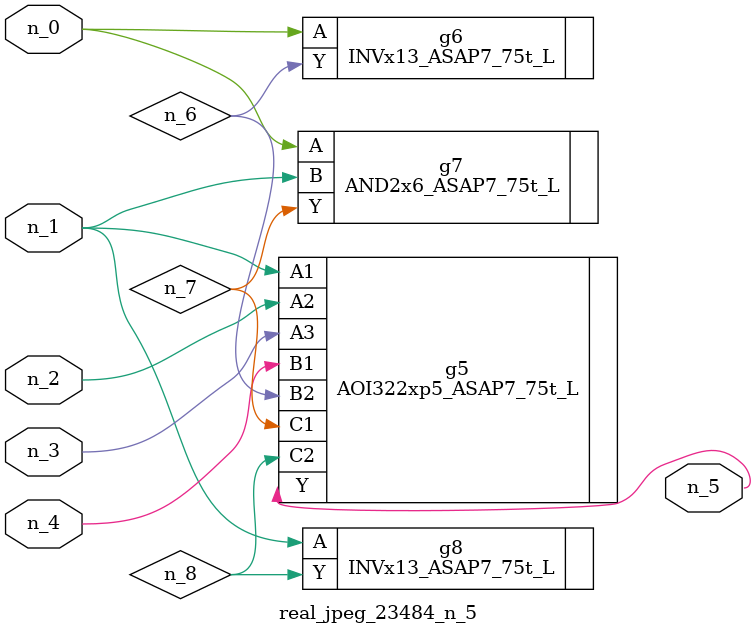
<source format=v>
module real_jpeg_23484_n_5 (n_4, n_0, n_1, n_2, n_3, n_5);

input n_4;
input n_0;
input n_1;
input n_2;
input n_3;

output n_5;

wire n_8;
wire n_6;
wire n_7;

INVx13_ASAP7_75t_L g6 ( 
.A(n_0),
.Y(n_6)
);

AND2x6_ASAP7_75t_L g7 ( 
.A(n_0),
.B(n_1),
.Y(n_7)
);

AOI322xp5_ASAP7_75t_L g5 ( 
.A1(n_1),
.A2(n_2),
.A3(n_3),
.B1(n_4),
.B2(n_6),
.C1(n_7),
.C2(n_8),
.Y(n_5)
);

INVx13_ASAP7_75t_L g8 ( 
.A(n_1),
.Y(n_8)
);


endmodule
</source>
